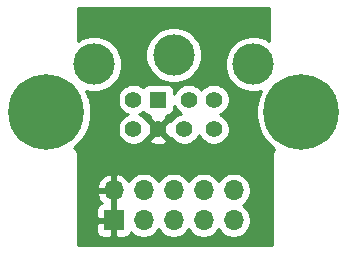
<source format=gtl>
%TF.GenerationSoftware,KiCad,Pcbnew,5.1.12-84ad8e8a86~92~ubuntu20.04.1*%
%TF.CreationDate,2021-12-07T00:08:56-06:00*%
%TF.ProjectId,portboard_ribbon,706f7274-626f-4617-9264-5f726962626f,rev?*%
%TF.SameCoordinates,Original*%
%TF.FileFunction,Copper,L1,Top*%
%TF.FilePolarity,Positive*%
%FSLAX46Y46*%
G04 Gerber Fmt 4.6, Leading zero omitted, Abs format (unit mm)*
G04 Created by KiCad (PCBNEW 5.1.12-84ad8e8a86~92~ubuntu20.04.1) date 2021-12-07 00:08:56*
%MOMM*%
%LPD*%
G01*
G04 APERTURE LIST*
%TA.AperFunction,ComponentPad*%
%ADD10C,1.422400*%
%TD*%
%TA.AperFunction,ComponentPad*%
%ADD11R,1.422400X1.422400*%
%TD*%
%TA.AperFunction,ComponentPad*%
%ADD12C,3.500000*%
%TD*%
%TA.AperFunction,ComponentPad*%
%ADD13O,1.700000X1.700000*%
%TD*%
%TA.AperFunction,ComponentPad*%
%ADD14R,1.700000X1.700000*%
%TD*%
%TA.AperFunction,ComponentPad*%
%ADD15C,6.400000*%
%TD*%
%TA.AperFunction,Conductor*%
%ADD16C,0.254000*%
%TD*%
%TA.AperFunction,Conductor*%
%ADD17C,0.150000*%
%TD*%
G04 APERTURE END LIST*
D10*
%TO.P,J2,7*%
%TO.N,/GPi*%
X67829000Y-41053000D03*
%TO.P,J2,4*%
%TO.N,GND*%
X65629000Y-41053000D03*
%TO.P,J2,6*%
%TO.N,/TXD+*%
X63529000Y-41053000D03*
%TO.P,J2,8*%
%TO.N,/RXD+*%
X70329000Y-41053000D03*
%TO.P,J2,5*%
%TO.N,/RXD-*%
X70329000Y-38553000D03*
%TO.P,J2,3*%
%TO.N,/TXD-*%
X63529000Y-38553000D03*
D11*
%TO.P,J2,1*%
%TO.N,/HSKo*%
X65629000Y-38553000D03*
D10*
%TO.P,J2,2*%
%TO.N,/HSKi*%
X68229000Y-38553000D03*
D12*
%TO.P,J2,SH2*%
%TO.N,N/C*%
X66929000Y-34753000D03*
%TO.P,J2,SH3*%
X60179000Y-35553000D03*
%TO.P,J2,SH1*%
X73679000Y-35553000D03*
%TD*%
D13*
%TO.P,J1,10*%
%TO.N,/GPi*%
X72009000Y-46228000D03*
%TO.P,J1,9*%
%TO.N,+5V*%
X72009000Y-48768000D03*
%TO.P,J1,8*%
%TO.N,/HSKi*%
X69469000Y-46228000D03*
%TO.P,J1,7*%
%TO.N,/HSKo*%
X69469000Y-48768000D03*
%TO.P,J1,6*%
%TO.N,/RXD+*%
X66929000Y-46228000D03*
%TO.P,J1,5*%
%TO.N,/RXD-*%
X66929000Y-48768000D03*
%TO.P,J1,4*%
%TO.N,/TXD+*%
X64389000Y-46228000D03*
%TO.P,J1,3*%
%TO.N,/TXD-*%
X64389000Y-48768000D03*
%TO.P,J1,2*%
%TO.N,GND*%
X61849000Y-46228000D03*
D14*
%TO.P,J1,1*%
X61849000Y-48768000D03*
%TD*%
D15*
%TO.P,H2,1*%
%TO.N,N/C*%
X77724000Y-39624000D03*
%TD*%
%TO.P,H1,1*%
%TO.N,N/C*%
X56134000Y-39624000D03*
%TD*%
D16*
%TO.N,GND*%
X75032001Y-33588631D02*
X74808721Y-33439440D01*
X74374679Y-33259654D01*
X73913902Y-33168000D01*
X73444098Y-33168000D01*
X72983321Y-33259654D01*
X72549279Y-33439440D01*
X72158651Y-33700450D01*
X71826450Y-34032651D01*
X71565440Y-34423279D01*
X71385654Y-34857321D01*
X71294000Y-35318098D01*
X71294000Y-35787902D01*
X71385654Y-36248679D01*
X71565440Y-36682721D01*
X71826450Y-37073349D01*
X72158651Y-37405550D01*
X72549279Y-37666560D01*
X72983321Y-37846346D01*
X73444098Y-37938000D01*
X73913902Y-37938000D01*
X74303489Y-37860507D01*
X74036377Y-38505372D01*
X73889000Y-39246285D01*
X73889000Y-40001715D01*
X74036377Y-40742628D01*
X74325467Y-41440554D01*
X74745161Y-42068670D01*
X75279330Y-42602839D01*
X75464384Y-42726488D01*
X75394575Y-42811550D01*
X75333290Y-42926207D01*
X75295550Y-43050617D01*
X75282807Y-43180000D01*
X75286000Y-43212418D01*
X75286001Y-50902000D01*
X58826000Y-50902000D01*
X58826000Y-49618000D01*
X60360928Y-49618000D01*
X60373188Y-49742482D01*
X60409498Y-49862180D01*
X60468463Y-49972494D01*
X60547815Y-50069185D01*
X60644506Y-50148537D01*
X60754820Y-50207502D01*
X60874518Y-50243812D01*
X60999000Y-50256072D01*
X61563250Y-50253000D01*
X61722000Y-50094250D01*
X61722000Y-48895000D01*
X60522750Y-48895000D01*
X60364000Y-49053750D01*
X60360928Y-49618000D01*
X58826000Y-49618000D01*
X58826000Y-47918000D01*
X60360928Y-47918000D01*
X60364000Y-48482250D01*
X60522750Y-48641000D01*
X61722000Y-48641000D01*
X61722000Y-46355000D01*
X60528186Y-46355000D01*
X60407519Y-46584891D01*
X60504843Y-46859252D01*
X60653822Y-47109355D01*
X60830626Y-47305502D01*
X60754820Y-47328498D01*
X60644506Y-47387463D01*
X60547815Y-47466815D01*
X60468463Y-47563506D01*
X60409498Y-47673820D01*
X60373188Y-47793518D01*
X60360928Y-47918000D01*
X58826000Y-47918000D01*
X58826000Y-45871109D01*
X60407519Y-45871109D01*
X60528186Y-46101000D01*
X61722000Y-46101000D01*
X61722000Y-44907845D01*
X61976000Y-44907845D01*
X61976000Y-46101000D01*
X61996000Y-46101000D01*
X61996000Y-46355000D01*
X61976000Y-46355000D01*
X61976000Y-48641000D01*
X61996000Y-48641000D01*
X61996000Y-48895000D01*
X61976000Y-48895000D01*
X61976000Y-50094250D01*
X62134750Y-50253000D01*
X62699000Y-50256072D01*
X62823482Y-50243812D01*
X62943180Y-50207502D01*
X63053494Y-50148537D01*
X63150185Y-50069185D01*
X63229537Y-49972494D01*
X63288502Y-49862180D01*
X63310513Y-49789620D01*
X63442368Y-49921475D01*
X63685589Y-50083990D01*
X63955842Y-50195932D01*
X64242740Y-50253000D01*
X64535260Y-50253000D01*
X64822158Y-50195932D01*
X65092411Y-50083990D01*
X65335632Y-49921475D01*
X65542475Y-49714632D01*
X65659000Y-49540240D01*
X65775525Y-49714632D01*
X65982368Y-49921475D01*
X66225589Y-50083990D01*
X66495842Y-50195932D01*
X66782740Y-50253000D01*
X67075260Y-50253000D01*
X67362158Y-50195932D01*
X67632411Y-50083990D01*
X67875632Y-49921475D01*
X68082475Y-49714632D01*
X68199000Y-49540240D01*
X68315525Y-49714632D01*
X68522368Y-49921475D01*
X68765589Y-50083990D01*
X69035842Y-50195932D01*
X69322740Y-50253000D01*
X69615260Y-50253000D01*
X69902158Y-50195932D01*
X70172411Y-50083990D01*
X70415632Y-49921475D01*
X70622475Y-49714632D01*
X70739000Y-49540240D01*
X70855525Y-49714632D01*
X71062368Y-49921475D01*
X71305589Y-50083990D01*
X71575842Y-50195932D01*
X71862740Y-50253000D01*
X72155260Y-50253000D01*
X72442158Y-50195932D01*
X72712411Y-50083990D01*
X72955632Y-49921475D01*
X73162475Y-49714632D01*
X73324990Y-49471411D01*
X73436932Y-49201158D01*
X73494000Y-48914260D01*
X73494000Y-48621740D01*
X73436932Y-48334842D01*
X73324990Y-48064589D01*
X73162475Y-47821368D01*
X72955632Y-47614525D01*
X72781240Y-47498000D01*
X72955632Y-47381475D01*
X73162475Y-47174632D01*
X73324990Y-46931411D01*
X73436932Y-46661158D01*
X73494000Y-46374260D01*
X73494000Y-46081740D01*
X73436932Y-45794842D01*
X73324990Y-45524589D01*
X73162475Y-45281368D01*
X72955632Y-45074525D01*
X72712411Y-44912010D01*
X72442158Y-44800068D01*
X72155260Y-44743000D01*
X71862740Y-44743000D01*
X71575842Y-44800068D01*
X71305589Y-44912010D01*
X71062368Y-45074525D01*
X70855525Y-45281368D01*
X70739000Y-45455760D01*
X70622475Y-45281368D01*
X70415632Y-45074525D01*
X70172411Y-44912010D01*
X69902158Y-44800068D01*
X69615260Y-44743000D01*
X69322740Y-44743000D01*
X69035842Y-44800068D01*
X68765589Y-44912010D01*
X68522368Y-45074525D01*
X68315525Y-45281368D01*
X68199000Y-45455760D01*
X68082475Y-45281368D01*
X67875632Y-45074525D01*
X67632411Y-44912010D01*
X67362158Y-44800068D01*
X67075260Y-44743000D01*
X66782740Y-44743000D01*
X66495842Y-44800068D01*
X66225589Y-44912010D01*
X65982368Y-45074525D01*
X65775525Y-45281368D01*
X65659000Y-45455760D01*
X65542475Y-45281368D01*
X65335632Y-45074525D01*
X65092411Y-44912010D01*
X64822158Y-44800068D01*
X64535260Y-44743000D01*
X64242740Y-44743000D01*
X63955842Y-44800068D01*
X63685589Y-44912010D01*
X63442368Y-45074525D01*
X63235525Y-45281368D01*
X63113805Y-45463534D01*
X63044178Y-45346645D01*
X62849269Y-45130412D01*
X62615920Y-44956359D01*
X62353099Y-44831175D01*
X62205890Y-44786524D01*
X61976000Y-44907845D01*
X61722000Y-44907845D01*
X61492110Y-44786524D01*
X61344901Y-44831175D01*
X61082080Y-44956359D01*
X60848731Y-45130412D01*
X60653822Y-45346645D01*
X60504843Y-45596748D01*
X60407519Y-45871109D01*
X58826000Y-45871109D01*
X58826000Y-43212418D01*
X58829193Y-43180000D01*
X58816450Y-43050617D01*
X58778710Y-42926207D01*
X58717425Y-42811550D01*
X58634948Y-42711052D01*
X58537010Y-42630676D01*
X58578670Y-42602839D01*
X59112839Y-42068670D01*
X59532533Y-41440554D01*
X59821623Y-40742628D01*
X59969000Y-40001715D01*
X59969000Y-39246285D01*
X59821623Y-38505372D01*
X59786431Y-38420411D01*
X62182800Y-38420411D01*
X62182800Y-38685589D01*
X62234533Y-38945672D01*
X62336013Y-39190665D01*
X62483338Y-39411153D01*
X62670847Y-39598662D01*
X62891335Y-39745987D01*
X63028976Y-39803000D01*
X62891335Y-39860013D01*
X62670847Y-40007338D01*
X62483338Y-40194847D01*
X62336013Y-40415335D01*
X62234533Y-40660328D01*
X62182800Y-40920411D01*
X62182800Y-41185589D01*
X62234533Y-41445672D01*
X62336013Y-41690665D01*
X62483338Y-41911153D01*
X62670847Y-42098662D01*
X62891335Y-42245987D01*
X63136328Y-42347467D01*
X63396411Y-42399200D01*
X63661589Y-42399200D01*
X63921672Y-42347467D01*
X64166665Y-42245987D01*
X64387153Y-42098662D01*
X64503542Y-41982273D01*
X64879332Y-41982273D01*
X64940152Y-42217183D01*
X65180509Y-42329202D01*
X65438102Y-42392176D01*
X65703030Y-42403687D01*
X65965113Y-42363291D01*
X66214280Y-42272542D01*
X66317848Y-42217183D01*
X66378668Y-41982273D01*
X65629000Y-41232605D01*
X64879332Y-41982273D01*
X64503542Y-41982273D01*
X64574662Y-41911153D01*
X64654903Y-41791063D01*
X64699727Y-41802668D01*
X65449395Y-41053000D01*
X64699727Y-40303332D01*
X64654903Y-40314937D01*
X64574662Y-40194847D01*
X64387153Y-40007338D01*
X64166665Y-39860013D01*
X64029024Y-39803000D01*
X64166665Y-39745987D01*
X64379344Y-39603880D01*
X64387263Y-39618694D01*
X64466615Y-39715385D01*
X64563306Y-39794737D01*
X64673620Y-39853702D01*
X64793318Y-39890012D01*
X64917800Y-39902272D01*
X64936668Y-39902272D01*
X64879332Y-40123727D01*
X65629000Y-40873395D01*
X66378668Y-40123727D01*
X66321332Y-39902272D01*
X66340200Y-39902272D01*
X66464682Y-39890012D01*
X66584380Y-39853702D01*
X66694694Y-39794737D01*
X66791385Y-39715385D01*
X66870737Y-39618694D01*
X66929702Y-39508380D01*
X66966012Y-39388682D01*
X66978272Y-39264200D01*
X66978272Y-39051267D01*
X67036013Y-39190665D01*
X67183338Y-39411153D01*
X67370847Y-39598662D01*
X67570246Y-39731896D01*
X67436328Y-39758533D01*
X67191335Y-39860013D01*
X66970847Y-40007338D01*
X66783338Y-40194847D01*
X66688348Y-40337009D01*
X66558273Y-40303332D01*
X65808605Y-41053000D01*
X66558273Y-41802668D01*
X66688348Y-41768991D01*
X66783338Y-41911153D01*
X66970847Y-42098662D01*
X67191335Y-42245987D01*
X67436328Y-42347467D01*
X67696411Y-42399200D01*
X67961589Y-42399200D01*
X68221672Y-42347467D01*
X68466665Y-42245987D01*
X68687153Y-42098662D01*
X68874662Y-41911153D01*
X69021987Y-41690665D01*
X69079000Y-41553024D01*
X69136013Y-41690665D01*
X69283338Y-41911153D01*
X69470847Y-42098662D01*
X69691335Y-42245987D01*
X69936328Y-42347467D01*
X70196411Y-42399200D01*
X70461589Y-42399200D01*
X70721672Y-42347467D01*
X70966665Y-42245987D01*
X71187153Y-42098662D01*
X71374662Y-41911153D01*
X71521987Y-41690665D01*
X71623467Y-41445672D01*
X71675200Y-41185589D01*
X71675200Y-40920411D01*
X71623467Y-40660328D01*
X71521987Y-40415335D01*
X71374662Y-40194847D01*
X71187153Y-40007338D01*
X70966665Y-39860013D01*
X70829024Y-39803000D01*
X70966665Y-39745987D01*
X71187153Y-39598662D01*
X71374662Y-39411153D01*
X71521987Y-39190665D01*
X71623467Y-38945672D01*
X71675200Y-38685589D01*
X71675200Y-38420411D01*
X71623467Y-38160328D01*
X71521987Y-37915335D01*
X71374662Y-37694847D01*
X71187153Y-37507338D01*
X70966665Y-37360013D01*
X70721672Y-37258533D01*
X70461589Y-37206800D01*
X70196411Y-37206800D01*
X69936328Y-37258533D01*
X69691335Y-37360013D01*
X69470847Y-37507338D01*
X69283338Y-37694847D01*
X69279000Y-37701339D01*
X69274662Y-37694847D01*
X69087153Y-37507338D01*
X68866665Y-37360013D01*
X68621672Y-37258533D01*
X68361589Y-37206800D01*
X68096411Y-37206800D01*
X67836328Y-37258533D01*
X67591335Y-37360013D01*
X67370847Y-37507338D01*
X67183338Y-37694847D01*
X67036013Y-37915335D01*
X66978272Y-38054733D01*
X66978272Y-37841800D01*
X66966012Y-37717318D01*
X66929702Y-37597620D01*
X66870737Y-37487306D01*
X66791385Y-37390615D01*
X66694694Y-37311263D01*
X66584380Y-37252298D01*
X66464682Y-37215988D01*
X66340200Y-37203728D01*
X64917800Y-37203728D01*
X64793318Y-37215988D01*
X64673620Y-37252298D01*
X64563306Y-37311263D01*
X64466615Y-37390615D01*
X64387263Y-37487306D01*
X64379344Y-37502120D01*
X64166665Y-37360013D01*
X63921672Y-37258533D01*
X63661589Y-37206800D01*
X63396411Y-37206800D01*
X63136328Y-37258533D01*
X62891335Y-37360013D01*
X62670847Y-37507338D01*
X62483338Y-37694847D01*
X62336013Y-37915335D01*
X62234533Y-38160328D01*
X62182800Y-38420411D01*
X59786431Y-38420411D01*
X59554511Y-37860507D01*
X59944098Y-37938000D01*
X60413902Y-37938000D01*
X60874679Y-37846346D01*
X61308721Y-37666560D01*
X61699349Y-37405550D01*
X62031550Y-37073349D01*
X62292560Y-36682721D01*
X62472346Y-36248679D01*
X62564000Y-35787902D01*
X62564000Y-35318098D01*
X62472346Y-34857321D01*
X62331836Y-34518098D01*
X64544000Y-34518098D01*
X64544000Y-34987902D01*
X64635654Y-35448679D01*
X64815440Y-35882721D01*
X65076450Y-36273349D01*
X65408651Y-36605550D01*
X65799279Y-36866560D01*
X66233321Y-37046346D01*
X66694098Y-37138000D01*
X67163902Y-37138000D01*
X67624679Y-37046346D01*
X68058721Y-36866560D01*
X68449349Y-36605550D01*
X68781550Y-36273349D01*
X69042560Y-35882721D01*
X69222346Y-35448679D01*
X69314000Y-34987902D01*
X69314000Y-34518098D01*
X69222346Y-34057321D01*
X69042560Y-33623279D01*
X68781550Y-33232651D01*
X68449349Y-32900450D01*
X68058721Y-32639440D01*
X67624679Y-32459654D01*
X67163902Y-32368000D01*
X66694098Y-32368000D01*
X66233321Y-32459654D01*
X65799279Y-32639440D01*
X65408651Y-32900450D01*
X65076450Y-33232651D01*
X64815440Y-33623279D01*
X64635654Y-34057321D01*
X64544000Y-34518098D01*
X62331836Y-34518098D01*
X62292560Y-34423279D01*
X62031550Y-34032651D01*
X61699349Y-33700450D01*
X61308721Y-33439440D01*
X60874679Y-33259654D01*
X60413902Y-33168000D01*
X59944098Y-33168000D01*
X59483321Y-33259654D01*
X59049279Y-33439440D01*
X58826000Y-33588631D01*
X58826000Y-30759000D01*
X75032000Y-30759000D01*
X75032001Y-33588631D01*
%TA.AperFunction,Conductor*%
D17*
G36*
X75032001Y-33588631D02*
G01*
X74808721Y-33439440D01*
X74374679Y-33259654D01*
X73913902Y-33168000D01*
X73444098Y-33168000D01*
X72983321Y-33259654D01*
X72549279Y-33439440D01*
X72158651Y-33700450D01*
X71826450Y-34032651D01*
X71565440Y-34423279D01*
X71385654Y-34857321D01*
X71294000Y-35318098D01*
X71294000Y-35787902D01*
X71385654Y-36248679D01*
X71565440Y-36682721D01*
X71826450Y-37073349D01*
X72158651Y-37405550D01*
X72549279Y-37666560D01*
X72983321Y-37846346D01*
X73444098Y-37938000D01*
X73913902Y-37938000D01*
X74303489Y-37860507D01*
X74036377Y-38505372D01*
X73889000Y-39246285D01*
X73889000Y-40001715D01*
X74036377Y-40742628D01*
X74325467Y-41440554D01*
X74745161Y-42068670D01*
X75279330Y-42602839D01*
X75464384Y-42726488D01*
X75394575Y-42811550D01*
X75333290Y-42926207D01*
X75295550Y-43050617D01*
X75282807Y-43180000D01*
X75286000Y-43212418D01*
X75286001Y-50902000D01*
X58826000Y-50902000D01*
X58826000Y-49618000D01*
X60360928Y-49618000D01*
X60373188Y-49742482D01*
X60409498Y-49862180D01*
X60468463Y-49972494D01*
X60547815Y-50069185D01*
X60644506Y-50148537D01*
X60754820Y-50207502D01*
X60874518Y-50243812D01*
X60999000Y-50256072D01*
X61563250Y-50253000D01*
X61722000Y-50094250D01*
X61722000Y-48895000D01*
X60522750Y-48895000D01*
X60364000Y-49053750D01*
X60360928Y-49618000D01*
X58826000Y-49618000D01*
X58826000Y-47918000D01*
X60360928Y-47918000D01*
X60364000Y-48482250D01*
X60522750Y-48641000D01*
X61722000Y-48641000D01*
X61722000Y-46355000D01*
X60528186Y-46355000D01*
X60407519Y-46584891D01*
X60504843Y-46859252D01*
X60653822Y-47109355D01*
X60830626Y-47305502D01*
X60754820Y-47328498D01*
X60644506Y-47387463D01*
X60547815Y-47466815D01*
X60468463Y-47563506D01*
X60409498Y-47673820D01*
X60373188Y-47793518D01*
X60360928Y-47918000D01*
X58826000Y-47918000D01*
X58826000Y-45871109D01*
X60407519Y-45871109D01*
X60528186Y-46101000D01*
X61722000Y-46101000D01*
X61722000Y-44907845D01*
X61976000Y-44907845D01*
X61976000Y-46101000D01*
X61996000Y-46101000D01*
X61996000Y-46355000D01*
X61976000Y-46355000D01*
X61976000Y-48641000D01*
X61996000Y-48641000D01*
X61996000Y-48895000D01*
X61976000Y-48895000D01*
X61976000Y-50094250D01*
X62134750Y-50253000D01*
X62699000Y-50256072D01*
X62823482Y-50243812D01*
X62943180Y-50207502D01*
X63053494Y-50148537D01*
X63150185Y-50069185D01*
X63229537Y-49972494D01*
X63288502Y-49862180D01*
X63310513Y-49789620D01*
X63442368Y-49921475D01*
X63685589Y-50083990D01*
X63955842Y-50195932D01*
X64242740Y-50253000D01*
X64535260Y-50253000D01*
X64822158Y-50195932D01*
X65092411Y-50083990D01*
X65335632Y-49921475D01*
X65542475Y-49714632D01*
X65659000Y-49540240D01*
X65775525Y-49714632D01*
X65982368Y-49921475D01*
X66225589Y-50083990D01*
X66495842Y-50195932D01*
X66782740Y-50253000D01*
X67075260Y-50253000D01*
X67362158Y-50195932D01*
X67632411Y-50083990D01*
X67875632Y-49921475D01*
X68082475Y-49714632D01*
X68199000Y-49540240D01*
X68315525Y-49714632D01*
X68522368Y-49921475D01*
X68765589Y-50083990D01*
X69035842Y-50195932D01*
X69322740Y-50253000D01*
X69615260Y-50253000D01*
X69902158Y-50195932D01*
X70172411Y-50083990D01*
X70415632Y-49921475D01*
X70622475Y-49714632D01*
X70739000Y-49540240D01*
X70855525Y-49714632D01*
X71062368Y-49921475D01*
X71305589Y-50083990D01*
X71575842Y-50195932D01*
X71862740Y-50253000D01*
X72155260Y-50253000D01*
X72442158Y-50195932D01*
X72712411Y-50083990D01*
X72955632Y-49921475D01*
X73162475Y-49714632D01*
X73324990Y-49471411D01*
X73436932Y-49201158D01*
X73494000Y-48914260D01*
X73494000Y-48621740D01*
X73436932Y-48334842D01*
X73324990Y-48064589D01*
X73162475Y-47821368D01*
X72955632Y-47614525D01*
X72781240Y-47498000D01*
X72955632Y-47381475D01*
X73162475Y-47174632D01*
X73324990Y-46931411D01*
X73436932Y-46661158D01*
X73494000Y-46374260D01*
X73494000Y-46081740D01*
X73436932Y-45794842D01*
X73324990Y-45524589D01*
X73162475Y-45281368D01*
X72955632Y-45074525D01*
X72712411Y-44912010D01*
X72442158Y-44800068D01*
X72155260Y-44743000D01*
X71862740Y-44743000D01*
X71575842Y-44800068D01*
X71305589Y-44912010D01*
X71062368Y-45074525D01*
X70855525Y-45281368D01*
X70739000Y-45455760D01*
X70622475Y-45281368D01*
X70415632Y-45074525D01*
X70172411Y-44912010D01*
X69902158Y-44800068D01*
X69615260Y-44743000D01*
X69322740Y-44743000D01*
X69035842Y-44800068D01*
X68765589Y-44912010D01*
X68522368Y-45074525D01*
X68315525Y-45281368D01*
X68199000Y-45455760D01*
X68082475Y-45281368D01*
X67875632Y-45074525D01*
X67632411Y-44912010D01*
X67362158Y-44800068D01*
X67075260Y-44743000D01*
X66782740Y-44743000D01*
X66495842Y-44800068D01*
X66225589Y-44912010D01*
X65982368Y-45074525D01*
X65775525Y-45281368D01*
X65659000Y-45455760D01*
X65542475Y-45281368D01*
X65335632Y-45074525D01*
X65092411Y-44912010D01*
X64822158Y-44800068D01*
X64535260Y-44743000D01*
X64242740Y-44743000D01*
X63955842Y-44800068D01*
X63685589Y-44912010D01*
X63442368Y-45074525D01*
X63235525Y-45281368D01*
X63113805Y-45463534D01*
X63044178Y-45346645D01*
X62849269Y-45130412D01*
X62615920Y-44956359D01*
X62353099Y-44831175D01*
X62205890Y-44786524D01*
X61976000Y-44907845D01*
X61722000Y-44907845D01*
X61492110Y-44786524D01*
X61344901Y-44831175D01*
X61082080Y-44956359D01*
X60848731Y-45130412D01*
X60653822Y-45346645D01*
X60504843Y-45596748D01*
X60407519Y-45871109D01*
X58826000Y-45871109D01*
X58826000Y-43212418D01*
X58829193Y-43180000D01*
X58816450Y-43050617D01*
X58778710Y-42926207D01*
X58717425Y-42811550D01*
X58634948Y-42711052D01*
X58537010Y-42630676D01*
X58578670Y-42602839D01*
X59112839Y-42068670D01*
X59532533Y-41440554D01*
X59821623Y-40742628D01*
X59969000Y-40001715D01*
X59969000Y-39246285D01*
X59821623Y-38505372D01*
X59786431Y-38420411D01*
X62182800Y-38420411D01*
X62182800Y-38685589D01*
X62234533Y-38945672D01*
X62336013Y-39190665D01*
X62483338Y-39411153D01*
X62670847Y-39598662D01*
X62891335Y-39745987D01*
X63028976Y-39803000D01*
X62891335Y-39860013D01*
X62670847Y-40007338D01*
X62483338Y-40194847D01*
X62336013Y-40415335D01*
X62234533Y-40660328D01*
X62182800Y-40920411D01*
X62182800Y-41185589D01*
X62234533Y-41445672D01*
X62336013Y-41690665D01*
X62483338Y-41911153D01*
X62670847Y-42098662D01*
X62891335Y-42245987D01*
X63136328Y-42347467D01*
X63396411Y-42399200D01*
X63661589Y-42399200D01*
X63921672Y-42347467D01*
X64166665Y-42245987D01*
X64387153Y-42098662D01*
X64503542Y-41982273D01*
X64879332Y-41982273D01*
X64940152Y-42217183D01*
X65180509Y-42329202D01*
X65438102Y-42392176D01*
X65703030Y-42403687D01*
X65965113Y-42363291D01*
X66214280Y-42272542D01*
X66317848Y-42217183D01*
X66378668Y-41982273D01*
X65629000Y-41232605D01*
X64879332Y-41982273D01*
X64503542Y-41982273D01*
X64574662Y-41911153D01*
X64654903Y-41791063D01*
X64699727Y-41802668D01*
X65449395Y-41053000D01*
X64699727Y-40303332D01*
X64654903Y-40314937D01*
X64574662Y-40194847D01*
X64387153Y-40007338D01*
X64166665Y-39860013D01*
X64029024Y-39803000D01*
X64166665Y-39745987D01*
X64379344Y-39603880D01*
X64387263Y-39618694D01*
X64466615Y-39715385D01*
X64563306Y-39794737D01*
X64673620Y-39853702D01*
X64793318Y-39890012D01*
X64917800Y-39902272D01*
X64936668Y-39902272D01*
X64879332Y-40123727D01*
X65629000Y-40873395D01*
X66378668Y-40123727D01*
X66321332Y-39902272D01*
X66340200Y-39902272D01*
X66464682Y-39890012D01*
X66584380Y-39853702D01*
X66694694Y-39794737D01*
X66791385Y-39715385D01*
X66870737Y-39618694D01*
X66929702Y-39508380D01*
X66966012Y-39388682D01*
X66978272Y-39264200D01*
X66978272Y-39051267D01*
X67036013Y-39190665D01*
X67183338Y-39411153D01*
X67370847Y-39598662D01*
X67570246Y-39731896D01*
X67436328Y-39758533D01*
X67191335Y-39860013D01*
X66970847Y-40007338D01*
X66783338Y-40194847D01*
X66688348Y-40337009D01*
X66558273Y-40303332D01*
X65808605Y-41053000D01*
X66558273Y-41802668D01*
X66688348Y-41768991D01*
X66783338Y-41911153D01*
X66970847Y-42098662D01*
X67191335Y-42245987D01*
X67436328Y-42347467D01*
X67696411Y-42399200D01*
X67961589Y-42399200D01*
X68221672Y-42347467D01*
X68466665Y-42245987D01*
X68687153Y-42098662D01*
X68874662Y-41911153D01*
X69021987Y-41690665D01*
X69079000Y-41553024D01*
X69136013Y-41690665D01*
X69283338Y-41911153D01*
X69470847Y-42098662D01*
X69691335Y-42245987D01*
X69936328Y-42347467D01*
X70196411Y-42399200D01*
X70461589Y-42399200D01*
X70721672Y-42347467D01*
X70966665Y-42245987D01*
X71187153Y-42098662D01*
X71374662Y-41911153D01*
X71521987Y-41690665D01*
X71623467Y-41445672D01*
X71675200Y-41185589D01*
X71675200Y-40920411D01*
X71623467Y-40660328D01*
X71521987Y-40415335D01*
X71374662Y-40194847D01*
X71187153Y-40007338D01*
X70966665Y-39860013D01*
X70829024Y-39803000D01*
X70966665Y-39745987D01*
X71187153Y-39598662D01*
X71374662Y-39411153D01*
X71521987Y-39190665D01*
X71623467Y-38945672D01*
X71675200Y-38685589D01*
X71675200Y-38420411D01*
X71623467Y-38160328D01*
X71521987Y-37915335D01*
X71374662Y-37694847D01*
X71187153Y-37507338D01*
X70966665Y-37360013D01*
X70721672Y-37258533D01*
X70461589Y-37206800D01*
X70196411Y-37206800D01*
X69936328Y-37258533D01*
X69691335Y-37360013D01*
X69470847Y-37507338D01*
X69283338Y-37694847D01*
X69279000Y-37701339D01*
X69274662Y-37694847D01*
X69087153Y-37507338D01*
X68866665Y-37360013D01*
X68621672Y-37258533D01*
X68361589Y-37206800D01*
X68096411Y-37206800D01*
X67836328Y-37258533D01*
X67591335Y-37360013D01*
X67370847Y-37507338D01*
X67183338Y-37694847D01*
X67036013Y-37915335D01*
X66978272Y-38054733D01*
X66978272Y-37841800D01*
X66966012Y-37717318D01*
X66929702Y-37597620D01*
X66870737Y-37487306D01*
X66791385Y-37390615D01*
X66694694Y-37311263D01*
X66584380Y-37252298D01*
X66464682Y-37215988D01*
X66340200Y-37203728D01*
X64917800Y-37203728D01*
X64793318Y-37215988D01*
X64673620Y-37252298D01*
X64563306Y-37311263D01*
X64466615Y-37390615D01*
X64387263Y-37487306D01*
X64379344Y-37502120D01*
X64166665Y-37360013D01*
X63921672Y-37258533D01*
X63661589Y-37206800D01*
X63396411Y-37206800D01*
X63136328Y-37258533D01*
X62891335Y-37360013D01*
X62670847Y-37507338D01*
X62483338Y-37694847D01*
X62336013Y-37915335D01*
X62234533Y-38160328D01*
X62182800Y-38420411D01*
X59786431Y-38420411D01*
X59554511Y-37860507D01*
X59944098Y-37938000D01*
X60413902Y-37938000D01*
X60874679Y-37846346D01*
X61308721Y-37666560D01*
X61699349Y-37405550D01*
X62031550Y-37073349D01*
X62292560Y-36682721D01*
X62472346Y-36248679D01*
X62564000Y-35787902D01*
X62564000Y-35318098D01*
X62472346Y-34857321D01*
X62331836Y-34518098D01*
X64544000Y-34518098D01*
X64544000Y-34987902D01*
X64635654Y-35448679D01*
X64815440Y-35882721D01*
X65076450Y-36273349D01*
X65408651Y-36605550D01*
X65799279Y-36866560D01*
X66233321Y-37046346D01*
X66694098Y-37138000D01*
X67163902Y-37138000D01*
X67624679Y-37046346D01*
X68058721Y-36866560D01*
X68449349Y-36605550D01*
X68781550Y-36273349D01*
X69042560Y-35882721D01*
X69222346Y-35448679D01*
X69314000Y-34987902D01*
X69314000Y-34518098D01*
X69222346Y-34057321D01*
X69042560Y-33623279D01*
X68781550Y-33232651D01*
X68449349Y-32900450D01*
X68058721Y-32639440D01*
X67624679Y-32459654D01*
X67163902Y-32368000D01*
X66694098Y-32368000D01*
X66233321Y-32459654D01*
X65799279Y-32639440D01*
X65408651Y-32900450D01*
X65076450Y-33232651D01*
X64815440Y-33623279D01*
X64635654Y-34057321D01*
X64544000Y-34518098D01*
X62331836Y-34518098D01*
X62292560Y-34423279D01*
X62031550Y-34032651D01*
X61699349Y-33700450D01*
X61308721Y-33439440D01*
X60874679Y-33259654D01*
X60413902Y-33168000D01*
X59944098Y-33168000D01*
X59483321Y-33259654D01*
X59049279Y-33439440D01*
X58826000Y-33588631D01*
X58826000Y-30759000D01*
X75032000Y-30759000D01*
X75032001Y-33588631D01*
G37*
%TD.AperFunction*%
%TD*%
M02*

</source>
